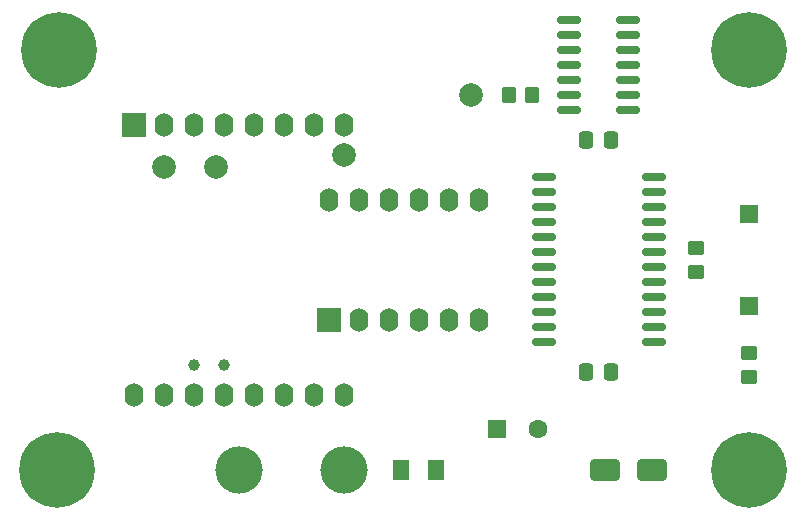
<source format=gbs>
G04 #@! TF.GenerationSoftware,KiCad,Pcbnew,9.0.2*
G04 #@! TF.CreationDate,2025-06-10T21:22:11+02:00*
G04 #@! TF.ProjectId,n-teller,6e2d7465-6c6c-4657-922e-6b696361645f,1.0*
G04 #@! TF.SameCoordinates,Original*
G04 #@! TF.FileFunction,Soldermask,Bot*
G04 #@! TF.FilePolarity,Negative*
%FSLAX46Y46*%
G04 Gerber Fmt 4.6, Leading zero omitted, Abs format (unit mm)*
G04 Created by KiCad (PCBNEW 9.0.2) date 2025-06-10 21:22:11*
%MOMM*%
%LPD*%
G01*
G04 APERTURE LIST*
G04 Aperture macros list*
%AMRoundRect*
0 Rectangle with rounded corners*
0 $1 Rounding radius*
0 $2 $3 $4 $5 $6 $7 $8 $9 X,Y pos of 4 corners*
0 Add a 4 corners polygon primitive as box body*
4,1,4,$2,$3,$4,$5,$6,$7,$8,$9,$2,$3,0*
0 Add four circle primitives for the rounded corners*
1,1,$1+$1,$2,$3*
1,1,$1+$1,$4,$5*
1,1,$1+$1,$6,$7*
1,1,$1+$1,$8,$9*
0 Add four rect primitives between the rounded corners*
20,1,$1+$1,$2,$3,$4,$5,0*
20,1,$1+$1,$4,$5,$6,$7,0*
20,1,$1+$1,$6,$7,$8,$9,0*
20,1,$1+$1,$8,$9,$2,$3,0*%
G04 Aperture macros list end*
%ADD10C,1.000000*%
%ADD11C,2.000000*%
%ADD12RoundRect,0.250000X0.350000X0.450000X-0.350000X0.450000X-0.350000X-0.450000X0.350000X-0.450000X0*%
%ADD13RoundRect,0.250000X-0.550000X-0.550000X0.550000X-0.550000X0.550000X0.550000X-0.550000X0.550000X0*%
%ADD14C,1.600000*%
%ADD15R,2.000000X2.000000*%
%ADD16O,1.600000X2.000000*%
%ADD17C,0.800000*%
%ADD18C,6.400000*%
%ADD19RoundRect,0.250000X-1.000000X-0.650000X1.000000X-0.650000X1.000000X0.650000X-1.000000X0.650000X0*%
%ADD20RoundRect,0.250000X0.450000X-0.350000X0.450000X0.350000X-0.450000X0.350000X-0.450000X-0.350000X0*%
%ADD21RoundRect,0.250000X-0.450000X0.350000X-0.450000X-0.350000X0.450000X-0.350000X0.450000X0.350000X0*%
%ADD22RoundRect,0.250000X0.337500X0.475000X-0.337500X0.475000X-0.337500X-0.475000X0.337500X-0.475000X0*%
%ADD23C,4.000000*%
%ADD24RoundRect,0.150000X-0.875000X-0.150000X0.875000X-0.150000X0.875000X0.150000X-0.875000X0.150000X0*%
%ADD25R,1.500000X1.500000*%
%ADD26RoundRect,0.150000X-0.825000X-0.150000X0.825000X-0.150000X0.825000X0.150000X-0.825000X0.150000X0*%
%ADD27RoundRect,0.250001X-0.462499X-0.624999X0.462499X-0.624999X0.462499X0.624999X-0.462499X0.624999X0*%
G04 APERTURE END LIST*
D10*
X74930000Y-57150000D03*
X72390000Y-57150000D03*
D11*
X74295000Y-40400000D03*
X85090000Y-39370000D03*
X69850000Y-40400000D03*
D12*
X99060000Y-34290000D03*
X101060000Y-34290000D03*
D13*
X98075544Y-62625000D03*
D14*
X101575544Y-62625000D03*
D15*
X83820000Y-53340000D03*
D16*
X86360000Y-53340000D03*
X88900000Y-53340000D03*
X91440000Y-53340000D03*
X93980000Y-53340000D03*
X96520000Y-53340000D03*
X96520000Y-43180000D03*
X93980000Y-43180000D03*
X91440000Y-43180000D03*
X88900000Y-43180000D03*
X86360000Y-43180000D03*
X83820000Y-43180000D03*
D17*
X58560000Y-30480000D03*
X59262944Y-28782944D03*
X59262944Y-32177056D03*
X60960000Y-28080000D03*
D18*
X60960000Y-30480000D03*
D17*
X60960000Y-32880000D03*
X62657056Y-28782944D03*
X62657056Y-32177056D03*
X63360000Y-30480000D03*
X58420000Y-66040000D03*
X59122944Y-64342944D03*
X59122944Y-67737056D03*
X60820000Y-63640000D03*
D18*
X60820000Y-66040000D03*
D17*
X60820000Y-68440000D03*
X62517056Y-64342944D03*
X62517056Y-67737056D03*
X63220000Y-66040000D03*
X116980000Y-30480000D03*
X117682944Y-28782944D03*
X117682944Y-32177056D03*
X119380000Y-28080000D03*
D18*
X119380000Y-30480000D03*
D17*
X119380000Y-32880000D03*
X121077056Y-28782944D03*
X121077056Y-32177056D03*
X121780000Y-30480000D03*
X116980000Y-66040000D03*
X117682944Y-64342944D03*
X117682944Y-67737056D03*
X119380000Y-63640000D03*
D18*
X119380000Y-66040000D03*
D17*
X119380000Y-68440000D03*
X121077056Y-64342944D03*
X121077056Y-67737056D03*
X121780000Y-66040000D03*
D11*
X95885000Y-34290000D03*
D19*
X107220000Y-66040000D03*
X111220000Y-66040000D03*
D20*
X114935000Y-49260000D03*
X114935000Y-47260000D03*
D21*
X119380000Y-56150000D03*
X119380000Y-58150000D03*
D15*
X67310000Y-36830000D03*
D16*
X69850000Y-36830000D03*
X72390000Y-36830000D03*
X74930000Y-36830000D03*
X77470000Y-36830000D03*
X80010000Y-36830000D03*
X82550000Y-36830000D03*
X85090000Y-36830000D03*
X85090000Y-59690000D03*
X82550000Y-59690000D03*
X80010000Y-59690000D03*
X77470000Y-59690000D03*
X74930000Y-59690000D03*
X72390000Y-59690000D03*
X69850000Y-59690000D03*
X67310000Y-59690000D03*
D22*
X107717500Y-57785000D03*
X105642500Y-57785000D03*
D23*
X85090000Y-66040000D03*
D22*
X107717500Y-38100000D03*
X105642500Y-38100000D03*
D24*
X102030000Y-55245000D03*
X102030000Y-53975000D03*
X102030000Y-52705000D03*
X102030000Y-51435000D03*
X102030000Y-50165000D03*
X102030000Y-48895000D03*
X102030000Y-47625000D03*
X102030000Y-46355000D03*
X102030000Y-45085000D03*
X102030000Y-43815000D03*
X102030000Y-42545000D03*
X102030000Y-41275000D03*
X111330000Y-41275000D03*
X111330000Y-42545000D03*
X111330000Y-43815000D03*
X111330000Y-45085000D03*
X111330000Y-46355000D03*
X111330000Y-47625000D03*
X111330000Y-48895000D03*
X111330000Y-50165000D03*
X111330000Y-51435000D03*
X111330000Y-52705000D03*
X111330000Y-53975000D03*
X111330000Y-55245000D03*
D23*
X76200000Y-66040000D03*
D25*
X119380000Y-44360000D03*
X119380000Y-52160000D03*
D26*
X104205000Y-35560000D03*
X104205000Y-34290000D03*
X104205000Y-33020000D03*
X104205000Y-31750000D03*
X104205000Y-30480000D03*
X104205000Y-29210000D03*
X104205000Y-27940000D03*
X109155000Y-27940000D03*
X109155000Y-29210000D03*
X109155000Y-30480000D03*
X109155000Y-31750000D03*
X109155000Y-33020000D03*
X109155000Y-34290000D03*
X109155000Y-35560000D03*
D27*
X89952500Y-66040000D03*
X92927500Y-66040000D03*
M02*

</source>
